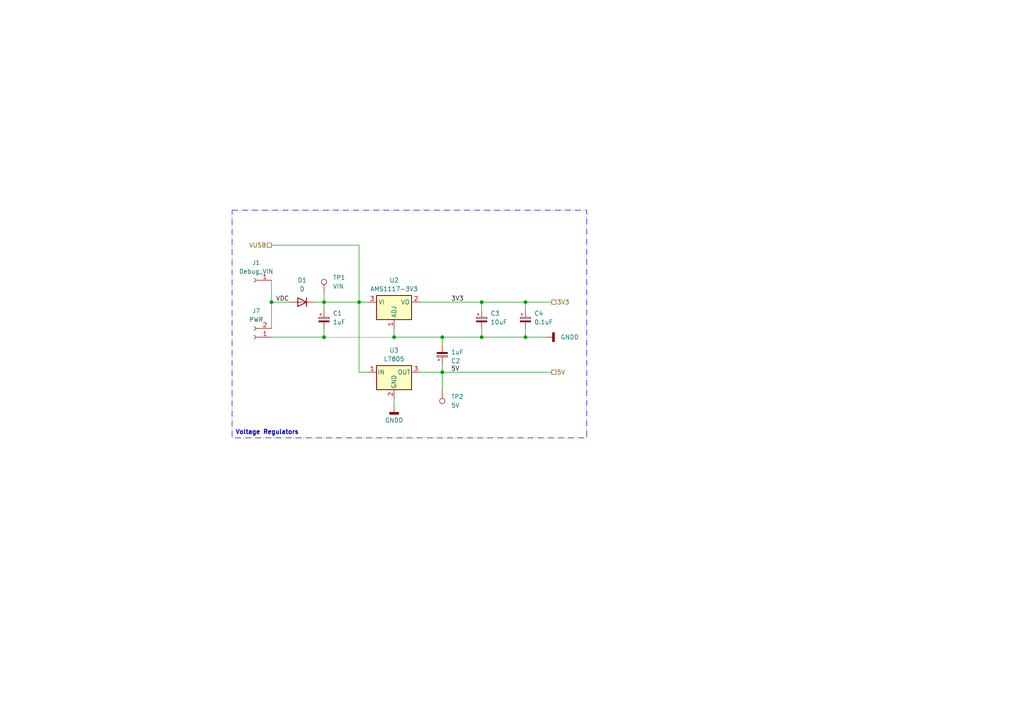
<source format=kicad_sch>
(kicad_sch (version 20231120) (generator "eeschema") (generator_version "8.0")
  (paper "A4")
  (lib_symbols
    (symbol "Alexander KiCad Libraries:AMS1117-3V3" (exclude_from_sim yes)
      (property "Reference" "U" (at 0 -0.254 0))
      (property "Value" "AMS1117-3V3" (at -0.508 1.778 0))
      (symbol "AMS1117-3V3_0_1"
        (rectangle (start -5.08 -8.89) (end 5.08 -1.905) (stroke (width 0.254)) (fill (type background)))
      )
      (symbol "AMS1117-3V3_1_1"
        (pin power_out line (at 0 -11.43 90) (length 2.54) (name "ADJ") (number "1"))
        (pin power_out line (at 7.62 -3.81 180) (length 2.54) (name "VO") (number "2"))
        (pin power_in line (at -7.62 -3.81 0) (length 2.54) (name "VI") (number "3"))
      )
    )
    (symbol "Connector:Conn_01x01_Socket" (pin_names (offset 1.016) hide)
      (property "Reference" "J" (at 0 2.54 0))
      (property "Value" "Conn_01x01_Socket" (at 0 -2.54 0))
      (symbol "Conn_01x01_Socket_1_1"
        (polyline (pts (xy -1.27 0) (xy -0.508 0)) (stroke (width 0.1524)))
        (arc (start 0 0.508) (mid -0.5058 0) (end 0 -0.508) (stroke (width 0.1524)))
        (pin passive line (at -5.08 0 0) (length 3.81) (name "Pin_1") (number "1"))
      )
    )
    (symbol "Connector:Conn_01x02_Socket" (pin_names (offset 1.016) hide)
      (property "Reference" "J" (at 0 2.54 0))
      (property "Value" "Conn_01x02_Socket" (at 0 -5.08 0))
      (symbol "Conn_01x02_Socket_1_1"
        (arc (start 0 -2.032) (mid -0.5058 -2.54) (end 0 -3.048) (stroke (width 0.1524)))
        (polyline (pts (xy -1.27 -2.54) (xy -0.508 -2.54)) (stroke (width 0.1524)))
        (polyline (pts (xy -1.27 0) (xy -0.508 0)) (stroke (width 0.1524)))
        (arc (start 0 0.508) (mid -0.5058 0) (end 0 -0.508) (stroke (width 0.1524)))
        (pin passive line (at -5.08 0 0) (length 3.81) (name "Pin_1") (number "1"))
        (pin passive line (at -5.08 -2.54 0) (length 3.81) (name "Pin_2") (number "2"))
      )
    )
    (symbol "Connector:TestPoint" (pin_numbers hide) (pin_names (offset 0.762) hide)
      (property "Reference" "TP" (at 0 6.858 0))
      (property "Value" "TestPoint" (at 0 5.08 0))
      (symbol "TestPoint_0_1"
        (circle (center 0 3.302) (radius 0.762))
      )
      (symbol "TestPoint_1_1"
        (pin passive line (at 0 0 90) (length 2.54) (name "1") (number "1"))
      )
    )
    (symbol "Device:C_Polarized_Small" (pin_numbers hide) (pin_names (offset 0.254) hide)
      (property "Reference" "C" (at 0.254 1.778 0))
      (property "Value" "C_Polarized_Small" (at 0.254 -2.032 0))
      (symbol "C_Polarized_Small_0_1"
        (rectangle (start -1.524 -0.3048) (end 1.524 -0.6858) (fill (type outline)))
        (rectangle (start -1.524 0.6858) (end 1.524 0.3048))
        (polyline (pts (xy -1.27 1.524) (xy -0.762 1.524)))
        (polyline (pts (xy -1.016 1.27) (xy -1.016 1.778)))
      )
      (symbol "C_Polarized_Small_1_1"
        (pin passive line (at 0 2.54 270) (length 1.8542) (name "~") (number "1"))
        (pin passive line (at 0 -2.54 90) (length 1.8542) (name "~") (number "2"))
      )
    )
    (symbol "Device:D" (pin_numbers hide) (pin_names (offset 1.016) hide)
      (property "Reference" "D" (at 0 2.54 0))
      (property "Value" "D" (at 0 -2.54 0))
      (symbol "D_0_1"
        (polyline (pts (xy -1.27 1.27) (xy -1.27 -1.27)) (stroke (width 0.254)))
        (polyline (pts (xy 1.27 0) (xy -1.27 0)))
        (polyline (pts (xy 1.27 1.27) (xy 1.27 -1.27) (xy -1.27 0) (xy 1.27 1.27)) (stroke (width 0.254)))
      )
      (symbol "D_1_1"
        (pin passive line (at -3.81 0 0) (length 2.54) (name "K") (number "1"))
        (pin passive line (at 3.81 0 180) (length 2.54) (name "A") (number "2"))
      )
    )
    (symbol "Regulator_Linear:L7805" (pin_names (offset 0.254))
      (property "Reference" "U4" (at 0 6.35 0))
      (property "Value" "L7805" (at 0 3.81 0))
      (symbol "L7805_0_1"
        (rectangle (start -5.08 1.905) (end 5.08 -5.08) (stroke (width 0.254)) (fill (type background)))
      )
      (symbol "L7805_1_1"
        (pin power_in line (at -7.62 0 0) (length 2.54) (name "IN") (number "1"))
        (pin power_in line (at 0 -7.62 90) (length 2.54) (name "GND") (number "2"))
        (pin power_out line (at 7.62 0 180) (length 2.54) (name "OUT") (number "3"))
      )
    )
    (symbol "power:GNDD" (power) (pin_numbers hide) (pin_names (offset 0) hide)
      (property "Value" "GNDD" (at 0 -3.175 0))
      (symbol "GNDD_0_1"
        (rectangle (start -1.27 -1.524) (end 1.27 -2.032) (stroke (width 0.254)) (fill (type outline)))
        (polyline (pts (xy 0 0) (xy 0 -1.524)))
      )
      (symbol "GNDD_1_1"
        (pin power_in line (at 0 0 270) (length 0) (name "~") (number "1"))
      )
    )
  )
  (junction (at 139.7 87.63))
  (junction (at 152.4 97.79))
  (junction (at 152.4 87.63))
  (junction (at 114.3 97.79))
  (junction (at 128.27 97.79))
  (junction (at 104.14 87.63))
  (junction (at 139.7 97.79))
  (junction (at 128.27 107.95))
  (junction (at 78.74 87.63))
  (junction (at 93.98 97.79))
  (junction (at 93.98 87.63))
  (wire (pts (xy 104.14 87.63) (xy 106.68 87.63)))
  (wire (pts (xy 139.7 95.25) (xy 139.7 97.79)))
  (wire (pts (xy 139.7 87.63) (xy 152.4 87.63)))
  (wire (pts (xy 152.4 87.63) (xy 160.02 87.63)))
  (wire (pts (xy 114.3 115.57) (xy 114.3 118.11)))
  (wire (pts (xy 139.7 87.63) (xy 139.7 90.17)))
  (wire (pts (xy 114.3 95.25) (xy 114.3 97.79)))
  (wire (pts (xy 78.74 71.12) (xy 104.14 71.12)))
  (wire (pts (xy 121.92 87.63) (xy 139.7 87.63)))
  (wire (pts (xy 78.74 87.63) (xy 83.82 87.63)))
  (wire (pts (xy 93.98 85.09) (xy 93.98 87.63)))
  (wire (pts (xy 152.4 97.79) (xy 158.75 97.79)))
  (wire (pts (xy 104.14 71.12) (xy 104.14 87.63)))
  (wire (pts (xy 139.7 97.79) (xy 152.4 97.79)))
  (wire (pts (xy 91.44 87.63) (xy 93.98 87.63)))
  (wire (pts (xy 121.92 107.95) (xy 128.27 107.95)))
  (wire (pts (xy 128.27 107.95) (xy 160.02 107.95)))
  (wire (pts (xy 128.27 97.79) (xy 139.7 97.79)))
  (wire (pts (xy 78.74 87.63) (xy 78.74 95.25)))
  (wire (pts (xy 78.74 97.79) (xy 93.98 97.79)))
  (wire (pts (xy 104.14 87.63) (xy 104.14 107.95)))
  (wire (pts (xy 93.98 87.63) (xy 104.14 87.63)))
  (wire (pts (xy 93.98 95.25) (xy 93.98 97.79)))
  (wire (pts (xy 152.4 87.63) (xy 152.4 90.17)))
  (wire (pts (xy 128.27 97.79) (xy 128.27 100.33)))
  (wire (pts (xy 93.98 97.79) (xy 114.3 97.79)) (stroke (width 0.0254)))
  (wire (pts (xy 93.98 87.63) (xy 93.98 90.17)))
  (wire (pts (xy 128.27 107.95) (xy 128.27 113.03)))
  (wire (pts (xy 78.74 81.28) (xy 78.74 87.63)))
  (wire (pts (xy 114.3 97.79) (xy 128.27 97.79)))
  (wire (pts (xy 106.68 107.95) (xy 104.14 107.95)))
  (wire (pts (xy 128.27 105.41) (xy 128.27 107.95)))
  (wire (pts (xy 152.4 95.25) (xy 152.4 97.79)))
  (rectangle (start 67.31 60.96) (end 170.18 127) (stroke (width 0) (type dash_dot)))
  (text "Voltage Regulators" (at 77.47 124.714 0) (effects (font (size 1.27 1.27) (thickness 0.254) (bold yes)) (justify top)))
  (label "VDC" (at 80.01 87.63 0))
  (label "3V3" (at 130.81 87.63 0))
  (label "5V" (at 130.81 107.95 0))
  (hierarchical_label "5V" (shape passive) (at 160.02 107.95 0))
  (hierarchical_label "VUSB" (shape passive) (at 78.74 71.12 180))
  (hierarchical_label "3V3" (shape passive) (at 160.02 87.63 0))
  (symbol (lib_id "Device:C_Polarized_Small") (at 128.27 102.87 0) (mirror x) (unit 1)
    (property "Reference" "C2" (at 130.81 104.6861 0) (effects (justify left)))
    (property "Value" "1uF" (at 130.81 102.1461 0) (effects (justify left)))
    (property "Footprint" "Capacitor_SMD:CP_Elec_3x5.3" (effects (hide yes)))
  )
  (symbol (lib_id "Connector:TestPoint") (at 128.27 113.03 180) (unit 1) (on_board no)
    (property "Reference" "TP2" (at 130.81 115.0619 0) (effects (justify right)))
    (property "Value" "5V" (at 130.81 117.6019 0) (effects (justify right)))
    (property "Footprint" "TestPoint:TestPoint_Pad_D1.5mm" (effects (hide yes)))
    (property "Description" "test point" (effects (hide yes)))
  )
  (symbol (lib_id "Device:C_Polarized_Small") (at 152.4 92.71 0) (unit 1)
    (property "Reference" "C4" (at 154.94 90.8938 0) (effects (justify left)))
    (property "Value" "0.1uF" (at 154.94 93.4338 0) (effects (justify left)))
    (property "Footprint" "Capacitor_SMD:CP_Elec_3x5.3" (effects (hide yes)))
  )
  (symbol (lib_id "Connector:Conn_01x02_Socket") (at 73.66 97.79 180) (unit 1)
    (property "Reference" "J7" (at 74.295 90.17 0))
    (property "Value" "PWR" (at 74.295 92.71 0))
    (property "Footprint" "Connector_PinSocket_2.54mm:PinSocket_1x02_P2.54mm_Vertical" (effects (hide yes)))
  )
  (symbol (lib_id "Regulator_Linear:L7805") (at 114.3 107.95 0) (unit 1)
    (property "Reference" "U3" (at 114.3 101.6 0))
    (property "Value" "L7805" (at 114.3 104.14 0))
    (property "Footprint" "Package_TO_SOT_SMD:TO-252-2" (effects (hide yes)))
    (property "Datasheet" "datasheets/Voltage-Regulator_L7805.pdf" (effects (hide yes)))
    (property "Description" "Voltage Regulator 1.5A Positive" (effects (hide yes)))
  )
  (symbol (lib_id "Device:D") (at 87.63 87.63 180) (unit 1)
    (property "Reference" "D1" (at 87.63 81.28 0))
    (property "Value" "D" (at 87.63 83.82 0))
    (property "Footprint" "Diode_SMD:D_1210_3225Metric" (effects (hide yes)))
    (property "Description" "Diode" (effects (hide yes)))
    (property "Sim.Device" "D" (effects (hide yes)))
    (property "Sim.Pins" "1=K 2=A" (effects (hide yes)))
  )
  (symbol (lib_id "power:GNDD") (at 158.75 97.79 90) (unit 1)
    (property "Reference" "#PWR011" (effects (hide yes)))
    (property "Value" "GNDD" (at 162.56 97.7899 90) (effects (justify right)))
    (property "Description" "Power symbol creates a global label with name \"GNDD\" , digital ground" (effects (hide yes)))
  )
  (symbol (lib_id "power:GNDD") (at 114.3 118.11 0) (unit 1)
    (property "Reference" "#PWR08" (effects (hide yes)))
    (property "Value" "GNDD" (at 114.3 121.92 0))
    (property "Description" "Power symbol creates a global label with name \"GNDD\" , digital ground" (effects (hide yes)))
  )
  (symbol (lib_id "Alexander KiCad Libraries:AMS1117-3V3") (at 114.3 83.82 0) (unit 1) (exclude_from_sim yes)
    (property "Reference" "U2" (at 114.3 81.28 0))
    (property "Value" "AMS1117-3V3" (at 114.3 83.82 0))
    (property "Footprint" "Alexander Footprint Library:AMS1117 SOT-223" (effects (hide yes)))
    (property "Description" "AMS1117" (effects (hide yes)))
  )
  (symbol (lib_id "Device:C_Polarized_Small") (at 139.7 92.71 0) (unit 1)
    (property "Reference" "C3" (at 142.24 90.8938 0) (effects (justify left)))
    (property "Value" "10uF" (at 142.24 93.4338 0) (effects (justify left)))
    (property "Footprint" "Capacitor_SMD:CP_Elec_3x5.3" (effects (hide yes)))
  )
  (symbol (lib_id "Device:C_Polarized_Small") (at 93.98 92.71 0) (unit 1)
    (property "Reference" "C1" (at 96.52 90.8939 0) (effects (justify left)))
    (property "Value" "1uF" (at 96.52 93.4339 0) (effects (justify left)))
    (property "Footprint" "Capacitor_SMD:CP_Elec_3x5.3" (effects (hide yes)))
  )
  (symbol (lib_id "Connector:Conn_01x01_Socket") (at 73.66 81.28 180) (unit 1)
    (property "Reference" "J1" (at 74.295 76.2 0))
    (property "Value" "Debug_VIN" (at 74.295 78.74 0))
    (property "Footprint" "Alexander Footprint Library:Conn_Probe" (effects (hide yes)))
    (property "Description" "Generic connector, single row, 01x01, script generated" (effects (hide yes)))
  )
  (symbol (lib_id "Connector:TestPoint") (at 93.98 85.09 0) (unit 1) (on_board no)
    (property "Reference" "TP1" (at 96.52 80.5179 0) (effects (justify left)))
    (property "Value" "VIN" (at 96.52 83.0579 0) (effects (justify left)))
    (property "Footprint" "TestPoint:TestPoint_Pad_D1.5mm" (effects (hide yes)))
    (property "Description" "test point" (effects (hide yes)))
  )
)
</source>
